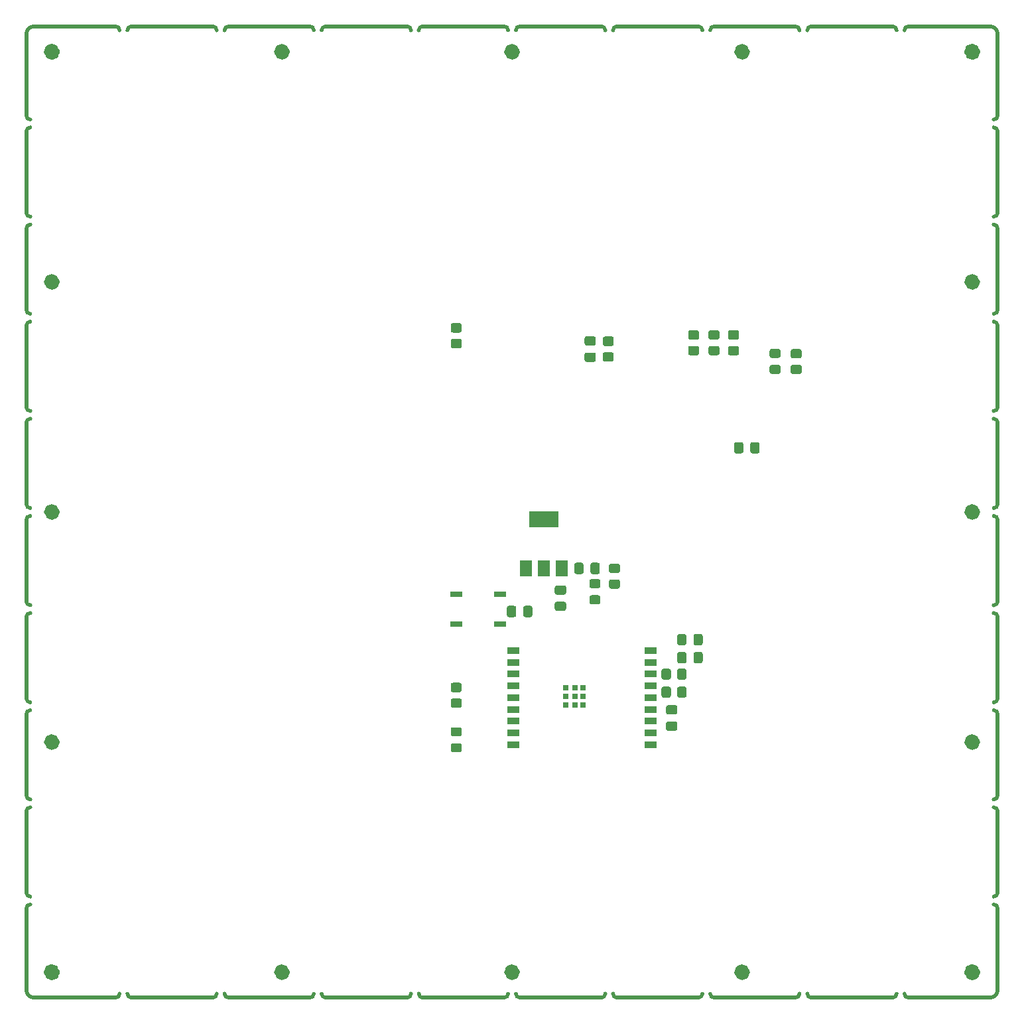
<source format=gbr>
G04 #@! TF.GenerationSoftware,KiCad,Pcbnew,5.1.12-84ad8e8a86~92~ubuntu20.04.1*
G04 #@! TF.CreationDate,2022-01-11T01:44:11-05:00*
G04 #@! TF.ProjectId,stencil,7374656e-6369-46c2-9e6b-696361645f70,rev?*
G04 #@! TF.SameCoordinates,Original*
G04 #@! TF.FileFunction,Paste,Top*
G04 #@! TF.FilePolarity,Positive*
%FSLAX46Y46*%
G04 Gerber Fmt 4.6, Leading zero omitted, Abs format (unit mm)*
G04 Created by KiCad (PCBNEW 5.1.12-84ad8e8a86~92~ubuntu20.04.1) date 2022-01-11 01:44:11*
%MOMM*%
%LPD*%
G01*
G04 APERTURE LIST*
%ADD10C,1.050000*%
%ADD11C,1.000000*%
%ADD12C,0.500000*%
%ADD13R,1.500000X2.000000*%
%ADD14R,3.800000X2.000000*%
%ADD15R,0.700000X0.700000*%
%ADD16R,1.500000X0.900000*%
%ADD17R,1.524000X0.762000*%
G04 APERTURE END LIST*
D10*
X-7729358Y-37770062D02*
G75*
G03*
X-7729358Y-37770062I-525000J0D01*
G01*
X109770642Y-37770062D02*
G75*
G03*
X109770642Y-37770062I-525000J0D01*
G01*
X109770642Y79729938D02*
G75*
G03*
X109770642Y79729938I-525000J0D01*
G01*
X-7729358Y79729938D02*
G75*
G03*
X-7729358Y79729938I-525000J0D01*
G01*
D11*
X109745642Y-8395062D02*
G75*
G03*
X109745642Y-8395062I-500000J0D01*
G01*
X-7754358Y-8395062D02*
G75*
G03*
X-7754358Y-8395062I-500000J0D01*
G01*
X109745642Y20979938D02*
G75*
G03*
X109745642Y20979938I-500000J0D01*
G01*
X-7754358Y20979938D02*
G75*
G03*
X-7754358Y20979938I-500000J0D01*
G01*
X109745642Y50354938D02*
G75*
G03*
X109745642Y50354938I-500000J0D01*
G01*
X-7754358Y50354938D02*
G75*
G03*
X-7754358Y50354938I-500000J0D01*
G01*
X80370642Y-37770062D02*
G75*
G03*
X80370642Y-37770062I-500000J0D01*
G01*
X80370642Y79729938D02*
G75*
G03*
X80370642Y79729938I-500000J0D01*
G01*
X50995642Y-37770062D02*
G75*
G03*
X50995642Y-37770062I-500000J0D01*
G01*
X50995642Y79729938D02*
G75*
G03*
X50995642Y79729938I-500000J0D01*
G01*
X21620642Y-37770062D02*
G75*
G03*
X21620642Y-37770062I-500000J0D01*
G01*
X21620642Y79729938D02*
G75*
G03*
X21620642Y79729938I-500000J0D01*
G01*
D12*
X111995642Y-29120062D02*
G75*
G02*
X112495642Y-29620062I0J-500000D01*
G01*
X112495642Y-29620062D02*
X112495642Y-40020062D01*
X-11004358Y-29120062D02*
G75*
G03*
X-11504358Y-29620062I0J-500000D01*
G01*
X-11504358Y-29620062D02*
X-11504358Y-40020062D01*
X111995642Y-28120062D02*
G75*
G03*
X112495642Y-27620062I0J500000D01*
G01*
X111995642Y-16720062D02*
G75*
G02*
X112495642Y-17220062I0J-500000D01*
G01*
X112495642Y-17220062D02*
X112495642Y-27620062D01*
X-11004358Y-28120062D02*
G75*
G02*
X-11504358Y-27620062I0J500000D01*
G01*
X-11004358Y-16720062D02*
G75*
G03*
X-11504358Y-17220062I0J-500000D01*
G01*
X-11504358Y-17220062D02*
X-11504358Y-27620062D01*
X111995642Y-15720062D02*
G75*
G03*
X112495642Y-15220062I0J500000D01*
G01*
X111995642Y-4320062D02*
G75*
G02*
X112495642Y-4820062I0J-500000D01*
G01*
X112495642Y-4820062D02*
X112495642Y-15220062D01*
X-11004358Y-15720062D02*
G75*
G02*
X-11504358Y-15220062I0J500000D01*
G01*
X-11004358Y-4320062D02*
G75*
G03*
X-11504358Y-4820062I0J-500000D01*
G01*
X-11504358Y-4820062D02*
X-11504358Y-15220062D01*
X111995642Y-3320062D02*
G75*
G03*
X112495642Y-2820062I0J500000D01*
G01*
X111995642Y8079938D02*
G75*
G02*
X112495642Y7579938I0J-500000D01*
G01*
X112495642Y7579938D02*
X112495642Y-2820062D01*
X-11004358Y-3320062D02*
G75*
G02*
X-11504358Y-2820062I0J500000D01*
G01*
X-11004358Y8079938D02*
G75*
G03*
X-11504358Y7579938I0J-500000D01*
G01*
X-11504358Y7579938D02*
X-11504358Y-2820062D01*
X111995642Y9079938D02*
G75*
G03*
X112495642Y9579938I0J500000D01*
G01*
X111995642Y20479938D02*
G75*
G02*
X112495642Y19979938I0J-500000D01*
G01*
X112495642Y19979938D02*
X112495642Y9579938D01*
X-11004358Y9079938D02*
G75*
G02*
X-11504358Y9579938I0J500000D01*
G01*
X-11004358Y20479938D02*
G75*
G03*
X-11504358Y19979938I0J-500000D01*
G01*
X-11504358Y19979938D02*
X-11504358Y9579938D01*
X111995642Y21479938D02*
G75*
G03*
X112495642Y21979938I0J500000D01*
G01*
X111995642Y32879938D02*
G75*
G02*
X112495642Y32379938I0J-500000D01*
G01*
X112495642Y32379938D02*
X112495642Y21979938D01*
X-11004358Y21479938D02*
G75*
G02*
X-11504358Y21979938I0J500000D01*
G01*
X-11004358Y32879938D02*
G75*
G03*
X-11504358Y32379938I0J-500000D01*
G01*
X-11504358Y32379938D02*
X-11504358Y21979938D01*
X111995642Y33879938D02*
G75*
G03*
X112495642Y34379938I0J500000D01*
G01*
X111995642Y45279938D02*
G75*
G02*
X112495642Y44779938I0J-500000D01*
G01*
X112495642Y44779938D02*
X112495642Y34379938D01*
X-11004358Y33879938D02*
G75*
G02*
X-11504358Y34379938I0J500000D01*
G01*
X-11004358Y45279938D02*
G75*
G03*
X-11504358Y44779938I0J-500000D01*
G01*
X-11504358Y44779938D02*
X-11504358Y34379938D01*
X111995642Y46279938D02*
G75*
G03*
X112495642Y46779938I0J500000D01*
G01*
X111995642Y57679938D02*
G75*
G02*
X112495642Y57179938I0J-500000D01*
G01*
X112495642Y57179938D02*
X112495642Y46779938D01*
X-11004358Y46279938D02*
G75*
G02*
X-11504358Y46779938I0J500000D01*
G01*
X-11004358Y57679938D02*
G75*
G03*
X-11504358Y57179938I0J-500000D01*
G01*
X-11504358Y57179938D02*
X-11504358Y46779938D01*
X111995642Y58679938D02*
G75*
G03*
X112495642Y59179938I0J500000D01*
G01*
X111995642Y70079938D02*
G75*
G02*
X112495642Y69579938I0J-500000D01*
G01*
X112495642Y69579938D02*
X112495642Y59179938D01*
X-11004358Y58679938D02*
G75*
G02*
X-11504358Y59179938I0J500000D01*
G01*
X-11004358Y70079938D02*
G75*
G03*
X-11504358Y69579938I0J-500000D01*
G01*
X-11504358Y69579938D02*
X-11504358Y59179938D01*
X111995642Y71079938D02*
G75*
G03*
X112495642Y71579938I0J500000D01*
G01*
X112495642Y81979938D02*
X112495642Y71579938D01*
X-11004358Y71079938D02*
G75*
G02*
X-11504358Y71579938I0J500000D01*
G01*
X-11504358Y81979938D02*
X-11504358Y71579938D01*
X100595642Y-40520062D02*
G75*
G03*
X101095642Y-41020062I500000J0D01*
G01*
X101095642Y-41020062D02*
X111495642Y-41020062D01*
X100595642Y82479938D02*
G75*
G02*
X101095642Y82979938I500000J0D01*
G01*
X101095642Y82979938D02*
X111495642Y82979938D01*
X99595642Y-40520062D02*
G75*
G02*
X99095642Y-41020062I-500000J0D01*
G01*
X88195642Y-40520062D02*
G75*
G03*
X88695642Y-41020062I500000J0D01*
G01*
X88695642Y-41020062D02*
X99095642Y-41020062D01*
X99595642Y82479938D02*
G75*
G03*
X99095642Y82979938I-500000J0D01*
G01*
X88195642Y82479938D02*
G75*
G02*
X88695642Y82979938I500000J0D01*
G01*
X88695642Y82979938D02*
X99095642Y82979938D01*
X87195642Y-40520062D02*
G75*
G02*
X86695642Y-41020062I-500000J0D01*
G01*
X75795642Y-40520062D02*
G75*
G03*
X76295642Y-41020062I500000J0D01*
G01*
X76295642Y-41020062D02*
X86695642Y-41020062D01*
X87195642Y82479938D02*
G75*
G03*
X86695642Y82979938I-500000J0D01*
G01*
X75795642Y82479938D02*
G75*
G02*
X76295642Y82979938I500000J0D01*
G01*
X76295642Y82979938D02*
X86695642Y82979938D01*
X74795642Y-40520062D02*
G75*
G02*
X74295642Y-41020062I-500000J0D01*
G01*
X63395642Y-40520062D02*
G75*
G03*
X63895642Y-41020062I500000J0D01*
G01*
X63895642Y-41020062D02*
X74295642Y-41020062D01*
X74795642Y82479938D02*
G75*
G03*
X74295642Y82979938I-500000J0D01*
G01*
X63395642Y82479938D02*
G75*
G02*
X63895642Y82979938I500000J0D01*
G01*
X63895642Y82979938D02*
X74295642Y82979938D01*
X62395642Y-40520062D02*
G75*
G02*
X61895642Y-41020062I-500000J0D01*
G01*
X50995642Y-40520062D02*
G75*
G03*
X51495642Y-41020062I500000J0D01*
G01*
X51495642Y-41020062D02*
X61895642Y-41020062D01*
X62395642Y82479938D02*
G75*
G03*
X61895642Y82979938I-500000J0D01*
G01*
X50995642Y82479938D02*
G75*
G02*
X51495642Y82979938I500000J0D01*
G01*
X51495642Y82979938D02*
X61895642Y82979938D01*
X49995642Y-40520062D02*
G75*
G02*
X49495642Y-41020062I-500000J0D01*
G01*
X38595642Y-40520062D02*
G75*
G03*
X39095642Y-41020062I500000J0D01*
G01*
X39095642Y-41020062D02*
X49495642Y-41020062D01*
X49995642Y82479938D02*
G75*
G03*
X49495642Y82979938I-500000J0D01*
G01*
X38595642Y82479938D02*
G75*
G02*
X39095642Y82979938I500000J0D01*
G01*
X39095642Y82979938D02*
X49495642Y82979938D01*
X37595642Y-40520062D02*
G75*
G02*
X37095642Y-41020062I-500000J0D01*
G01*
X26195642Y-40520062D02*
G75*
G03*
X26695642Y-41020062I500000J0D01*
G01*
X26695642Y-41020062D02*
X37095642Y-41020062D01*
X37595642Y82479938D02*
G75*
G03*
X37095642Y82979938I-500000J0D01*
G01*
X26195642Y82479938D02*
G75*
G02*
X26695642Y82979938I500000J0D01*
G01*
X26695642Y82979938D02*
X37095642Y82979938D01*
X25195642Y-40520062D02*
G75*
G02*
X24695642Y-41020062I-500000J0D01*
G01*
X13795642Y-40520062D02*
G75*
G03*
X14295642Y-41020062I500000J0D01*
G01*
X14295642Y-41020062D02*
X24695642Y-41020062D01*
X25195642Y82479938D02*
G75*
G03*
X24695642Y82979938I-500000J0D01*
G01*
X13795642Y82479938D02*
G75*
G02*
X14295642Y82979938I500000J0D01*
G01*
X14295642Y82979938D02*
X24695642Y82979938D01*
X12795642Y-40520062D02*
G75*
G02*
X12295642Y-41020062I-500000J0D01*
G01*
X1395642Y-40520062D02*
G75*
G03*
X1895642Y-41020062I500000J0D01*
G01*
X1895642Y-41020062D02*
X12295642Y-41020062D01*
X12795642Y82479938D02*
G75*
G03*
X12295642Y82979938I-500000J0D01*
G01*
X1395642Y82479938D02*
G75*
G02*
X1895642Y82979938I500000J0D01*
G01*
X1895642Y82979938D02*
X12295642Y82979938D01*
X395642Y-40520062D02*
G75*
G02*
X-104358Y-41020062I-500000J0D01*
G01*
X-10504358Y-41020062D02*
X-104358Y-41020062D01*
X395642Y82479938D02*
G75*
G03*
X-104358Y82979938I-500000J0D01*
G01*
X-10504358Y82979938D02*
X-104358Y82979938D01*
X-10504358Y-41020062D02*
G75*
G02*
X-11504358Y-40020062I0J1000000D01*
G01*
X112495642Y-40020062D02*
G75*
G02*
X111495642Y-41020062I-1000000J0D01*
G01*
X111495642Y82979938D02*
G75*
G02*
X112495642Y81979938I0J-1000000D01*
G01*
X-11504358Y81979938D02*
G75*
G02*
X-10504358Y82979938I1000000J0D01*
G01*
G04 #@! TO.C,R14*
G36*
G01*
X71578000Y-170001D02*
X71578000Y730001D01*
G75*
G02*
X71827999Y980000I249999J0D01*
G01*
X72528001Y980000D01*
G75*
G02*
X72778000Y730001I0J-249999D01*
G01*
X72778000Y-170001D01*
G75*
G02*
X72528001Y-420000I-249999J0D01*
G01*
X71827999Y-420000D01*
G75*
G02*
X71578000Y-170001I0J249999D01*
G01*
G37*
G36*
G01*
X69578000Y-170001D02*
X69578000Y730001D01*
G75*
G02*
X69827999Y980000I249999J0D01*
G01*
X70528001Y980000D01*
G75*
G02*
X70778000Y730001I0J-249999D01*
G01*
X70778000Y-170001D01*
G75*
G02*
X70528001Y-420000I-249999J0D01*
G01*
X69827999Y-420000D01*
G75*
G02*
X69578000Y-170001I0J249999D01*
G01*
G37*
G04 #@! TD*
G04 #@! TO.C,C8*
G36*
G01*
X51928000Y7805000D02*
X51928000Y8755000D01*
G75*
G02*
X52178000Y9005000I250000J0D01*
G01*
X52853000Y9005000D01*
G75*
G02*
X53103000Y8755000I0J-250000D01*
G01*
X53103000Y7805000D01*
G75*
G02*
X52853000Y7555000I-250000J0D01*
G01*
X52178000Y7555000D01*
G75*
G02*
X51928000Y7805000I0J250000D01*
G01*
G37*
G36*
G01*
X49853000Y7805000D02*
X49853000Y8755000D01*
G75*
G02*
X50103000Y9005000I250000J0D01*
G01*
X50778000Y9005000D01*
G75*
G02*
X51028000Y8755000I0J-250000D01*
G01*
X51028000Y7805000D01*
G75*
G02*
X50778000Y7555000I-250000J0D01*
G01*
X50103000Y7555000D01*
G75*
G02*
X49853000Y7805000I0J250000D01*
G01*
G37*
G04 #@! TD*
D13*
G04 #@! TO.C,U4*
X52278000Y13780000D03*
X56878000Y13780000D03*
X54578000Y13780000D03*
D14*
X54578000Y20080000D03*
G04 #@! TD*
G04 #@! TO.C,R13*
G36*
G01*
X43828001Y-2020000D02*
X42927999Y-2020000D01*
G75*
G02*
X42678000Y-1770001I0J249999D01*
G01*
X42678000Y-1069999D01*
G75*
G02*
X42927999Y-820000I249999J0D01*
G01*
X43828001Y-820000D01*
G75*
G02*
X44078000Y-1069999I0J-249999D01*
G01*
X44078000Y-1770001D01*
G75*
G02*
X43828001Y-2020000I-249999J0D01*
G01*
G37*
G36*
G01*
X43828001Y-4020000D02*
X42927999Y-4020000D01*
G75*
G02*
X42678000Y-3770001I0J249999D01*
G01*
X42678000Y-3069999D01*
G75*
G02*
X42927999Y-2820000I249999J0D01*
G01*
X43828001Y-2820000D01*
G75*
G02*
X44078000Y-3069999I0J-249999D01*
G01*
X44078000Y-3770001D01*
G75*
G02*
X43828001Y-4020000I-249999J0D01*
G01*
G37*
G04 #@! TD*
G04 #@! TO.C,D5*
G36*
G01*
X42927999Y-8545000D02*
X43828001Y-8545000D01*
G75*
G02*
X44078000Y-8794999I0J-249999D01*
G01*
X44078000Y-9445001D01*
G75*
G02*
X43828001Y-9695000I-249999J0D01*
G01*
X42927999Y-9695000D01*
G75*
G02*
X42678000Y-9445001I0J249999D01*
G01*
X42678000Y-8794999D01*
G75*
G02*
X42927999Y-8545000I249999J0D01*
G01*
G37*
G36*
G01*
X42927999Y-6495000D02*
X43828001Y-6495000D01*
G75*
G02*
X44078000Y-6744999I0J-249999D01*
G01*
X44078000Y-7395001D01*
G75*
G02*
X43828001Y-7645000I-249999J0D01*
G01*
X42927999Y-7645000D01*
G75*
G02*
X42678000Y-7395001I0J249999D01*
G01*
X42678000Y-6744999D01*
G75*
G02*
X42927999Y-6495000I249999J0D01*
G01*
G37*
G04 #@! TD*
G04 #@! TO.C,R12*
G36*
G01*
X63127999Y12380000D02*
X64028001Y12380000D01*
G75*
G02*
X64278000Y12130001I0J-249999D01*
G01*
X64278000Y11429999D01*
G75*
G02*
X64028001Y11180000I-249999J0D01*
G01*
X63127999Y11180000D01*
G75*
G02*
X62878000Y11429999I0J249999D01*
G01*
X62878000Y12130001D01*
G75*
G02*
X63127999Y12380000I249999J0D01*
G01*
G37*
G36*
G01*
X63127999Y14380000D02*
X64028001Y14380000D01*
G75*
G02*
X64278000Y14130001I0J-249999D01*
G01*
X64278000Y13429999D01*
G75*
G02*
X64028001Y13180000I-249999J0D01*
G01*
X63127999Y13180000D01*
G75*
G02*
X62878000Y13429999I0J249999D01*
G01*
X62878000Y14130001D01*
G75*
G02*
X63127999Y14380000I249999J0D01*
G01*
G37*
G04 #@! TD*
G04 #@! TO.C,D4*
G36*
G01*
X60627999Y10355000D02*
X61528001Y10355000D01*
G75*
G02*
X61778000Y10105001I0J-249999D01*
G01*
X61778000Y9454999D01*
G75*
G02*
X61528001Y9205000I-249999J0D01*
G01*
X60627999Y9205000D01*
G75*
G02*
X60378000Y9454999I0J249999D01*
G01*
X60378000Y10105001D01*
G75*
G02*
X60627999Y10355000I249999J0D01*
G01*
G37*
G36*
G01*
X60627999Y12405000D02*
X61528001Y12405000D01*
G75*
G02*
X61778000Y12155001I0J-249999D01*
G01*
X61778000Y11504999D01*
G75*
G02*
X61528001Y11255000I-249999J0D01*
G01*
X60627999Y11255000D01*
G75*
G02*
X60378000Y11504999I0J249999D01*
G01*
X60378000Y12155001D01*
G75*
G02*
X60627999Y12405000I249999J0D01*
G01*
G37*
G04 #@! TD*
D15*
G04 #@! TO.C,U5*
X59568000Y-3620000D03*
X59568000Y-2520000D03*
X59568000Y-1420000D03*
X58518000Y-1420000D03*
X57368000Y-1420000D03*
X57368000Y-2520000D03*
X57368000Y-3620000D03*
X58518000Y-3620000D03*
X58518000Y-2520000D03*
D16*
X50678000Y-8720000D03*
X50678000Y-7220000D03*
X50678000Y-5720000D03*
X50678000Y-4220000D03*
X50678000Y-2720000D03*
X50678000Y-1220000D03*
X50678000Y280000D03*
X50678000Y1780000D03*
X50678000Y3280000D03*
X68178000Y-8720000D03*
X68178000Y-7220000D03*
X68178000Y-5720000D03*
X68178000Y-4220000D03*
X68178000Y-2720000D03*
X68178000Y-1220000D03*
X68178000Y280000D03*
X68178000Y1780000D03*
X68178000Y3280000D03*
G04 #@! TD*
D17*
G04 #@! TO.C,S1*
X48972000Y6675000D03*
X43384000Y6675000D03*
X48972000Y10485000D03*
X43384000Y10485000D03*
G04 #@! TD*
G04 #@! TO.C,R11*
G36*
G01*
X71578000Y-2470001D02*
X71578000Y-1569999D01*
G75*
G02*
X71827999Y-1320000I249999J0D01*
G01*
X72528001Y-1320000D01*
G75*
G02*
X72778000Y-1569999I0J-249999D01*
G01*
X72778000Y-2470001D01*
G75*
G02*
X72528001Y-2720000I-249999J0D01*
G01*
X71827999Y-2720000D01*
G75*
G02*
X71578000Y-2470001I0J249999D01*
G01*
G37*
G36*
G01*
X69578000Y-2470001D02*
X69578000Y-1569999D01*
G75*
G02*
X69827999Y-1320000I249999J0D01*
G01*
X70528001Y-1320000D01*
G75*
G02*
X70778000Y-1569999I0J-249999D01*
G01*
X70778000Y-2470001D01*
G75*
G02*
X70528001Y-2720000I-249999J0D01*
G01*
X69827999Y-2720000D01*
G75*
G02*
X69578000Y-2470001I0J249999D01*
G01*
G37*
G04 #@! TD*
G04 #@! TO.C,C7*
G36*
G01*
X73665500Y4205000D02*
X73665500Y5155000D01*
G75*
G02*
X73915500Y5405000I250000J0D01*
G01*
X74590500Y5405000D01*
G75*
G02*
X74840500Y5155000I0J-250000D01*
G01*
X74840500Y4205000D01*
G75*
G02*
X74590500Y3955000I-250000J0D01*
G01*
X73915500Y3955000D01*
G75*
G02*
X73665500Y4205000I0J250000D01*
G01*
G37*
G36*
G01*
X71590500Y4205000D02*
X71590500Y5155000D01*
G75*
G02*
X71840500Y5405000I250000J0D01*
G01*
X72515500Y5405000D01*
G75*
G02*
X72765500Y5155000I0J-250000D01*
G01*
X72765500Y4205000D01*
G75*
G02*
X72515500Y3955000I-250000J0D01*
G01*
X71840500Y3955000D01*
G75*
G02*
X71590500Y4205000I0J250000D01*
G01*
G37*
G04 #@! TD*
G04 #@! TO.C,C6*
G36*
G01*
X71590500Y1905000D02*
X71590500Y2855000D01*
G75*
G02*
X71840500Y3105000I250000J0D01*
G01*
X72515500Y3105000D01*
G75*
G02*
X72765500Y2855000I0J-250000D01*
G01*
X72765500Y1905000D01*
G75*
G02*
X72515500Y1655000I-250000J0D01*
G01*
X71840500Y1655000D01*
G75*
G02*
X71590500Y1905000I0J250000D01*
G01*
G37*
G36*
G01*
X73665500Y1905000D02*
X73665500Y2855000D01*
G75*
G02*
X73915500Y3105000I250000J0D01*
G01*
X74590500Y3105000D01*
G75*
G02*
X74840500Y2855000I0J-250000D01*
G01*
X74840500Y1905000D01*
G75*
G02*
X74590500Y1655000I-250000J0D01*
G01*
X73915500Y1655000D01*
G75*
G02*
X73665500Y1905000I0J250000D01*
G01*
G37*
G04 #@! TD*
G04 #@! TO.C,C4*
G36*
G01*
X58453000Y13305000D02*
X58453000Y14255000D01*
G75*
G02*
X58703000Y14505000I250000J0D01*
G01*
X59378000Y14505000D01*
G75*
G02*
X59628000Y14255000I0J-250000D01*
G01*
X59628000Y13305000D01*
G75*
G02*
X59378000Y13055000I-250000J0D01*
G01*
X58703000Y13055000D01*
G75*
G02*
X58453000Y13305000I0J250000D01*
G01*
G37*
G36*
G01*
X60528000Y13305000D02*
X60528000Y14255000D01*
G75*
G02*
X60778000Y14505000I250000J0D01*
G01*
X61453000Y14505000D01*
G75*
G02*
X61703000Y14255000I0J-250000D01*
G01*
X61703000Y13305000D01*
G75*
G02*
X61453000Y13055000I-250000J0D01*
G01*
X60778000Y13055000D01*
G75*
G02*
X60528000Y13305000I0J250000D01*
G01*
G37*
G04 #@! TD*
G04 #@! TO.C,R10*
G36*
G01*
X86327999Y39780000D02*
X87228001Y39780000D01*
G75*
G02*
X87478000Y39530001I0J-249999D01*
G01*
X87478000Y38829999D01*
G75*
G02*
X87228001Y38580000I-249999J0D01*
G01*
X86327999Y38580000D01*
G75*
G02*
X86078000Y38829999I0J249999D01*
G01*
X86078000Y39530001D01*
G75*
G02*
X86327999Y39780000I249999J0D01*
G01*
G37*
G36*
G01*
X86327999Y41780000D02*
X87228001Y41780000D01*
G75*
G02*
X87478000Y41530001I0J-249999D01*
G01*
X87478000Y40829999D01*
G75*
G02*
X87228001Y40580000I-249999J0D01*
G01*
X86327999Y40580000D01*
G75*
G02*
X86078000Y40829999I0J249999D01*
G01*
X86078000Y41530001D01*
G75*
G02*
X86327999Y41780000I249999J0D01*
G01*
G37*
G04 #@! TD*
G04 #@! TO.C,D2*
G36*
G01*
X83627999Y39755000D02*
X84528001Y39755000D01*
G75*
G02*
X84778000Y39505001I0J-249999D01*
G01*
X84778000Y38854999D01*
G75*
G02*
X84528001Y38605000I-249999J0D01*
G01*
X83627999Y38605000D01*
G75*
G02*
X83378000Y38854999I0J249999D01*
G01*
X83378000Y39505001D01*
G75*
G02*
X83627999Y39755000I249999J0D01*
G01*
G37*
G36*
G01*
X83627999Y41805000D02*
X84528001Y41805000D01*
G75*
G02*
X84778000Y41555001I0J-249999D01*
G01*
X84778000Y40904999D01*
G75*
G02*
X84528001Y40655000I-249999J0D01*
G01*
X83627999Y40655000D01*
G75*
G02*
X83378000Y40904999I0J249999D01*
G01*
X83378000Y41555001D01*
G75*
G02*
X83627999Y41805000I249999J0D01*
G01*
G37*
G04 #@! TD*
G04 #@! TO.C,R8*
G36*
G01*
X62327999Y43380000D02*
X63228001Y43380000D01*
G75*
G02*
X63478000Y43130001I0J-249999D01*
G01*
X63478000Y42429999D01*
G75*
G02*
X63228001Y42180000I-249999J0D01*
G01*
X62327999Y42180000D01*
G75*
G02*
X62078000Y42429999I0J249999D01*
G01*
X62078000Y43130001D01*
G75*
G02*
X62327999Y43380000I249999J0D01*
G01*
G37*
G36*
G01*
X62327999Y41380000D02*
X63228001Y41380000D01*
G75*
G02*
X63478000Y41130001I0J-249999D01*
G01*
X63478000Y40429999D01*
G75*
G02*
X63228001Y40180000I-249999J0D01*
G01*
X62327999Y40180000D01*
G75*
G02*
X62078000Y40429999I0J249999D01*
G01*
X62078000Y41130001D01*
G75*
G02*
X62327999Y41380000I249999J0D01*
G01*
G37*
G04 #@! TD*
G04 #@! TO.C,R7*
G36*
G01*
X42927999Y43080000D02*
X43828001Y43080000D01*
G75*
G02*
X44078000Y42830001I0J-249999D01*
G01*
X44078000Y42129999D01*
G75*
G02*
X43828001Y41880000I-249999J0D01*
G01*
X42927999Y41880000D01*
G75*
G02*
X42678000Y42129999I0J249999D01*
G01*
X42678000Y42830001D01*
G75*
G02*
X42927999Y43080000I249999J0D01*
G01*
G37*
G36*
G01*
X42927999Y45080000D02*
X43828001Y45080000D01*
G75*
G02*
X44078000Y44830001I0J-249999D01*
G01*
X44078000Y44129999D01*
G75*
G02*
X43828001Y43880000I-249999J0D01*
G01*
X42927999Y43880000D01*
G75*
G02*
X42678000Y44129999I0J249999D01*
G01*
X42678000Y44830001D01*
G75*
G02*
X42927999Y45080000I249999J0D01*
G01*
G37*
G04 #@! TD*
G04 #@! TO.C,R4*
G36*
G01*
X78327999Y42180000D02*
X79228001Y42180000D01*
G75*
G02*
X79478000Y41930001I0J-249999D01*
G01*
X79478000Y41229999D01*
G75*
G02*
X79228001Y40980000I-249999J0D01*
G01*
X78327999Y40980000D01*
G75*
G02*
X78078000Y41229999I0J249999D01*
G01*
X78078000Y41930001D01*
G75*
G02*
X78327999Y42180000I249999J0D01*
G01*
G37*
G36*
G01*
X78327999Y44180000D02*
X79228001Y44180000D01*
G75*
G02*
X79478000Y43930001I0J-249999D01*
G01*
X79478000Y43229999D01*
G75*
G02*
X79228001Y42980000I-249999J0D01*
G01*
X78327999Y42980000D01*
G75*
G02*
X78078000Y43229999I0J249999D01*
G01*
X78078000Y43930001D01*
G75*
G02*
X78327999Y44180000I249999J0D01*
G01*
G37*
G04 #@! TD*
G04 #@! TO.C,R3*
G36*
G01*
X75827999Y42180000D02*
X76728001Y42180000D01*
G75*
G02*
X76978000Y41930001I0J-249999D01*
G01*
X76978000Y41229999D01*
G75*
G02*
X76728001Y40980000I-249999J0D01*
G01*
X75827999Y40980000D01*
G75*
G02*
X75578000Y41229999I0J249999D01*
G01*
X75578000Y41930001D01*
G75*
G02*
X75827999Y42180000I249999J0D01*
G01*
G37*
G36*
G01*
X75827999Y44180000D02*
X76728001Y44180000D01*
G75*
G02*
X76978000Y43930001I0J-249999D01*
G01*
X76978000Y43229999D01*
G75*
G02*
X76728001Y42980000I-249999J0D01*
G01*
X75827999Y42980000D01*
G75*
G02*
X75578000Y43229999I0J249999D01*
G01*
X75578000Y43930001D01*
G75*
G02*
X75827999Y44180000I249999J0D01*
G01*
G37*
G04 #@! TD*
G04 #@! TO.C,R2*
G36*
G01*
X73227999Y44180000D02*
X74128001Y44180000D01*
G75*
G02*
X74378000Y43930001I0J-249999D01*
G01*
X74378000Y43229999D01*
G75*
G02*
X74128001Y42980000I-249999J0D01*
G01*
X73227999Y42980000D01*
G75*
G02*
X72978000Y43229999I0J249999D01*
G01*
X72978000Y43930001D01*
G75*
G02*
X73227999Y44180000I249999J0D01*
G01*
G37*
G36*
G01*
X73227999Y42180000D02*
X74128001Y42180000D01*
G75*
G02*
X74378000Y41930001I0J-249999D01*
G01*
X74378000Y41229999D01*
G75*
G02*
X74128001Y40980000I-249999J0D01*
G01*
X73227999Y40980000D01*
G75*
G02*
X72978000Y41229999I0J249999D01*
G01*
X72978000Y41930001D01*
G75*
G02*
X73227999Y42180000I249999J0D01*
G01*
G37*
G04 #@! TD*
G04 #@! TO.C,C2*
G36*
G01*
X60953000Y40155000D02*
X60003000Y40155000D01*
G75*
G02*
X59753000Y40405000I0J250000D01*
G01*
X59753000Y41080000D01*
G75*
G02*
X60003000Y41330000I250000J0D01*
G01*
X60953000Y41330000D01*
G75*
G02*
X61203000Y41080000I0J-250000D01*
G01*
X61203000Y40405000D01*
G75*
G02*
X60953000Y40155000I-250000J0D01*
G01*
G37*
G36*
G01*
X60953000Y42230000D02*
X60003000Y42230000D01*
G75*
G02*
X59753000Y42480000I0J250000D01*
G01*
X59753000Y43155000D01*
G75*
G02*
X60003000Y43405000I250000J0D01*
G01*
X60953000Y43405000D01*
G75*
G02*
X61203000Y43155000I0J-250000D01*
G01*
X61203000Y42480000D01*
G75*
G02*
X60953000Y42230000I-250000J0D01*
G01*
G37*
G04 #@! TD*
G04 #@! TO.C,C1*
G36*
G01*
X80928000Y28705000D02*
X80928000Y29655000D01*
G75*
G02*
X81178000Y29905000I250000J0D01*
G01*
X81853000Y29905000D01*
G75*
G02*
X82103000Y29655000I0J-250000D01*
G01*
X82103000Y28705000D01*
G75*
G02*
X81853000Y28455000I-250000J0D01*
G01*
X81178000Y28455000D01*
G75*
G02*
X80928000Y28705000I0J250000D01*
G01*
G37*
G36*
G01*
X78853000Y28705000D02*
X78853000Y29655000D01*
G75*
G02*
X79103000Y29905000I250000J0D01*
G01*
X79778000Y29905000D01*
G75*
G02*
X80028000Y29655000I0J-250000D01*
G01*
X80028000Y28705000D01*
G75*
G02*
X79778000Y28455000I-250000J0D01*
G01*
X79103000Y28455000D01*
G75*
G02*
X78853000Y28705000I0J250000D01*
G01*
G37*
G04 #@! TD*
G04 #@! TO.C,C3*
G36*
G01*
X70403000Y-5770000D02*
X71353000Y-5770000D01*
G75*
G02*
X71603000Y-6020000I0J-250000D01*
G01*
X71603000Y-6695000D01*
G75*
G02*
X71353000Y-6945000I-250000J0D01*
G01*
X70403000Y-6945000D01*
G75*
G02*
X70153000Y-6695000I0J250000D01*
G01*
X70153000Y-6020000D01*
G75*
G02*
X70403000Y-5770000I250000J0D01*
G01*
G37*
G36*
G01*
X70403000Y-3695000D02*
X71353000Y-3695000D01*
G75*
G02*
X71603000Y-3945000I0J-250000D01*
G01*
X71603000Y-4620000D01*
G75*
G02*
X71353000Y-4870000I-250000J0D01*
G01*
X70403000Y-4870000D01*
G75*
G02*
X70153000Y-4620000I0J250000D01*
G01*
X70153000Y-3945000D01*
G75*
G02*
X70403000Y-3695000I250000J0D01*
G01*
G37*
G04 #@! TD*
G04 #@! TO.C,C5*
G36*
G01*
X56203000Y9530000D02*
X57153000Y9530000D01*
G75*
G02*
X57403000Y9280000I0J-250000D01*
G01*
X57403000Y8605000D01*
G75*
G02*
X57153000Y8355000I-250000J0D01*
G01*
X56203000Y8355000D01*
G75*
G02*
X55953000Y8605000I0J250000D01*
G01*
X55953000Y9280000D01*
G75*
G02*
X56203000Y9530000I250000J0D01*
G01*
G37*
G36*
G01*
X56203000Y11605000D02*
X57153000Y11605000D01*
G75*
G02*
X57403000Y11355000I0J-250000D01*
G01*
X57403000Y10680000D01*
G75*
G02*
X57153000Y10430000I-250000J0D01*
G01*
X56203000Y10430000D01*
G75*
G02*
X55953000Y10680000I0J250000D01*
G01*
X55953000Y11355000D01*
G75*
G02*
X56203000Y11605000I250000J0D01*
G01*
G37*
G04 #@! TD*
M02*

</source>
